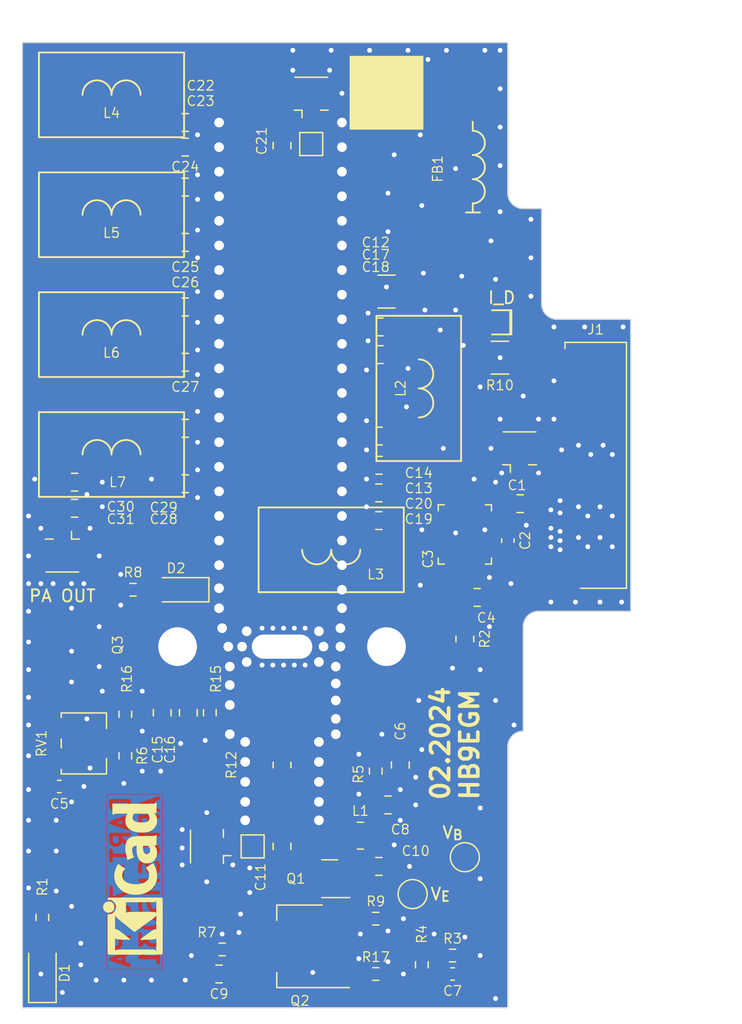
<source format=kicad_pcb>
(kicad_pcb (version 20221018) (generator pcbnew)

  (general
    (thickness 1.6)
  )

  (paper "A4")
  (title_block
    (title "DART-70 PA")
    (date "2024-01-20")
    (rev "0")
    (company "HB9EGM")
  )

  (layers
    (0 "F.Cu" signal)
    (31 "B.Cu" signal)
    (32 "B.Adhes" user "B.Adhesive")
    (33 "F.Adhes" user "F.Adhesive")
    (34 "B.Paste" user)
    (35 "F.Paste" user)
    (36 "B.SilkS" user "B.Silkscreen")
    (37 "F.SilkS" user "F.Silkscreen")
    (38 "B.Mask" user)
    (39 "F.Mask" user)
    (40 "Dwgs.User" user "User.Drawings")
    (41 "Cmts.User" user "User.Comments")
    (42 "Eco1.User" user "User.Eco1")
    (43 "Eco2.User" user "User.Eco2")
    (44 "Edge.Cuts" user)
    (45 "Margin" user)
    (46 "B.CrtYd" user "B.Courtyard")
    (47 "F.CrtYd" user "F.Courtyard")
    (48 "B.Fab" user)
    (49 "F.Fab" user)
    (50 "User.1" user)
    (51 "User.2" user)
    (52 "User.3" user)
    (53 "User.4" user)
    (54 "User.5" user)
    (55 "User.6" user)
    (56 "User.7" user)
    (57 "User.8" user)
    (58 "User.9" user)
  )

  (setup
    (pad_to_mask_clearance 0)
    (pcbplotparams
      (layerselection 0x0000000_7fffffff)
      (plot_on_all_layers_selection 0x0001000_00000000)
      (disableapertmacros false)
      (usegerberextensions false)
      (usegerberattributes true)
      (usegerberadvancedattributes true)
      (creategerberjobfile true)
      (dashed_line_dash_ratio 12.000000)
      (dashed_line_gap_ratio 3.000000)
      (svgprecision 4)
      (plotframeref false)
      (viasonmask false)
      (mode 1)
      (useauxorigin false)
      (hpglpennumber 1)
      (hpglpenspeed 20)
      (hpglpendiameter 15.000000)
      (dxfpolygonmode true)
      (dxfimperialunits true)
      (dxfusepcbnewfont true)
      (psnegative false)
      (psa4output false)
      (plotreference true)
      (plotvalue true)
      (plotinvisibletext false)
      (sketchpadsonfab false)
      (subtractmaskfromsilk false)
      (outputformat 5)
      (mirror false)
      (drillshape 0)
      (scaleselection 1)
      (outputdirectory "")
    )
  )

  (net 0 "")
  (net 1 "Net-(C1-Pad1)")
  (net 2 "Net-(J1-Pin_5)")
  (net 3 "Net-(C2-Pad2)")
  (net 4 "GND")
  (net 5 "/VG_5V")
  (net 6 "/DC_IN")
  (net 7 "Net-(C8-Pad2)")
  (net 8 "Net-(C9-Pad1)")
  (net 9 "Net-(Q1-B)")
  (net 10 "Net-(Q1-E)")
  (net 11 "Net-(C11-Pad1)")
  (net 12 "Net-(Q1-C)")
  (net 13 "Net-(C12-Pad1)")
  (net 14 "Net-(C13-Pad1)")
  (net 15 "Net-(C15-Pad2)")
  (net 16 "Net-(J5-In)")
  (net 17 "Net-(Q3-D)")
  (net 18 "Net-(C26-Pad2)")
  (net 19 "Net-(J6-In)")
  (net 20 "Net-(D1-A)")
  (net 21 "Net-(D2-A)")
  (net 22 "Net-(J3-Pin_2)")
  (net 23 "Net-(J4-In)")
  (net 24 "Net-(Q3-G)")
  (net 25 "Net-(R6-Pad1)")
  (net 26 "/VGG1")
  (net 27 "Net-(Q2-E)")
  (net 28 "Net-(C24-Pad1)")
  (net 29 "Net-(C28-Pad1)")
  (net 30 "Net-(C21-Pad2)")

  (footprint "Capacitor_SMD:C_0805_2012Metric_Pad1.18x1.45mm_HandSolder" (layer "F.Cu") (at 198.374 129.032 180))

  (footprint "Capacitor_SMD:C_0603_1608Metric_Pad1.08x0.95mm_HandSolder" (layer "F.Cu") (at 203.708 143.002 180))

  (footprint "Resistor_SMD:R_0603_1608Metric_Pad0.98x0.95mm_HandSolder" (layer "F.Cu") (at 201.168 142.24 -90))

  (footprint "MountingHole:MountingHole_3.2mm_M3_DIN965_Pad" (layer "F.Cu") (at 198.247 115.951))

  (footprint "Resistor_SMD:R_0603_1608Metric_Pad0.98x0.95mm_HandSolder" (layer "F.Cu") (at 176.657 124.968 90))

  (footprint "Symbol:KiCad-Logo_5mm_SilkScreen" (layer "F.Cu") (at 177.8 135.128 90))

  (footprint "mpb:large_inductor" (layer "F.Cu") (at 203.9785 76.327 180))

  (footprint "mpb:PinHeader_1x08_P2.54mm_Boardedge_SMD" (layer "F.Cu") (at 215.5455 100.97))

  (footprint "Potentiometer_SMD:Potentiometer_Bourns_3214W_Vertical" (layer "F.Cu") (at 173.228 123.952 90))

  (footprint "Capacitor_SMD:C_0805_2012Metric_Pad1.18x1.45mm_HandSolder" (layer "F.Cu") (at 181.61 92.456 180))

  (footprint "Resistor_SMD:R_0805_2012Metric_Pad1.20x1.40mm_HandSolder" (layer "F.Cu") (at 204.724 115.316 -90))

  (footprint "Resistor_SMD:R_0603_1608Metric_Pad0.98x0.95mm_HandSolder" (layer "F.Cu") (at 197.358 126.238 90))

  (footprint "Capacitor_SMD:C_0805_2012Metric_Pad1.18x1.45mm_HandSolder" (layer "F.Cu") (at 181.61 102.489))

  (footprint "TestPoint:TestPoint_Pad_1.5x1.5mm" (layer "F.Cu") (at 192.024 74.422))

  (footprint "Capacitor_SMD:C_0805_2012Metric_Pad1.18x1.45mm_HandSolder" (layer "F.Cu") (at 197.612 134.112))

  (footprint "Diode_SMD:D_SOD-123F" (layer "F.Cu") (at 181.356 111.252 180))

  (footprint "TestPoint:TestPoint_Pad_D2.0mm" (layer "F.Cu") (at 204.724 133.35))

  (footprint "mpb:TO-270-2" (layer "F.Cu") (at 189.611 115.951 90))

  (footprint "Inductor_SMD:L_1008_2520Metric_Pad1.43x2.20mm_HandSolder" (layer "F.Cu") (at 196.088 131.572))

  (footprint "Capacitor_SMD:C_0805_2012Metric_Pad1.18x1.45mm_HandSolder" (layer "F.Cu") (at 181.61 97.917 180))

  (footprint "Capacitor_SMD:C_0805_2012Metric_Pad1.18x1.45mm_HandSolder" (layer "F.Cu") (at 205.74 111.887 180))

  (footprint "Package_TO_SOT_SMD:SOT-23" (layer "F.Cu") (at 193.548 135.128 180))

  (footprint "Capacitor_SMD:C_0805_2012Metric_Pad1.18x1.45mm_HandSolder" (layer "F.Cu") (at 189.611 74.549 90))

  (footprint "Capacitor_SMD:C_0603_1608Metric_Pad1.08x0.95mm_HandSolder" (layer "F.Cu") (at 208.28 107.188 -90))

  (footprint "Connector_Coaxial:U.FL_Hirose_U.FL-R-SMT-1_Vertical" (layer "F.Cu") (at 171.45 107.95 -90))

  (footprint "Connector_Coaxial:U.FL_Hirose_U.FL-R-SMT-1_Vertical" (layer "F.Cu") (at 183.879 132.461 180))

  (footprint "Resistor_SMD:R_0603_1608Metric_Pad0.98x0.95mm_HandSolder" (layer "F.Cu") (at 197.358 138.43))

  (footprint "Capacitor_SMD:C_0805_2012Metric_Pad1.18x1.45mm_HandSolder" (layer "F.Cu") (at 209.296 104.14))

  (footprint "Capacitor_SMD:C_0805_2012Metric_Pad1.18x1.45mm_HandSolder" (layer "F.Cu") (at 181.864 121.412 -90))

  (footprint "Capacitor_SMD:C_0805_2012Metric_Pad1.18x1.45mm_HandSolder" (layer "F.Cu") (at 184.404 143.002))

  (footprint "mpb:AirCoil-8mm-SMD" (layer "F.Cu") (at 175.514 70.358 -90))

  (footprint "Capacitor_SMD:C_0805_2012Metric_Pad1.18x1.45mm_HandSolder" (layer "F.Cu") (at 197.7005 89.535))

  (footprint "mpb:AirCoil-8mm-SMD" (layer "F.Cu") (at 175.514 90.17 -90))

  (footprint "Capacitor_SMD:C_0805_2012Metric_Pad1.18x1.45mm_HandSolder" (layer "F.Cu") (at 181.61 74.676))

  (footprint "Capacitor_SMD:C_1210_3225Metric_Pad1.33x2.70mm_HandSolder" (layer "F.Cu") (at 198.247 86.614 180))

  (footprint "Capacitor_SMD:C_0805_2012Metric_Pad1.18x1.45mm_HandSolder" (layer "F.Cu") (at 172.466 102.362))

  (footprint "Capacitor_SMD:C_0805_2012Metric_Pad1.18x1.45mm_HandSolder" (layer "F.Cu") (at 197.612 105.537))

  (footprint "Resistor_SMD:R_0603_1608Metric_Pad0.98x0.95mm_HandSolder" (layer "F.Cu") (at 183.642 121.412 -90))

  (footprint "Resistor_SMD:R_0603_1608Metric_Pad0.98x0.95mm_HandSolder" (layer "F.Cu") (at 203.708 141.478))

  (footprint "Capacitor_SMD:C_0805_2012Metric_Pad1.18x1.45mm_HandSolder" (layer "F.Cu")
    (tstamp 8e4b6b4a-7264-4155-9f56-4c6aa0d32333)
    (at 172.466 104.521 180)
    (descr "Capacitor SMD 0805 (2012 Metric), square (rectangular) end terminal, IPC_7351 nominal with elongated pad for handsoldering. (Body size source: IPC-SM-782
... [365685 chars truncated]
</source>
